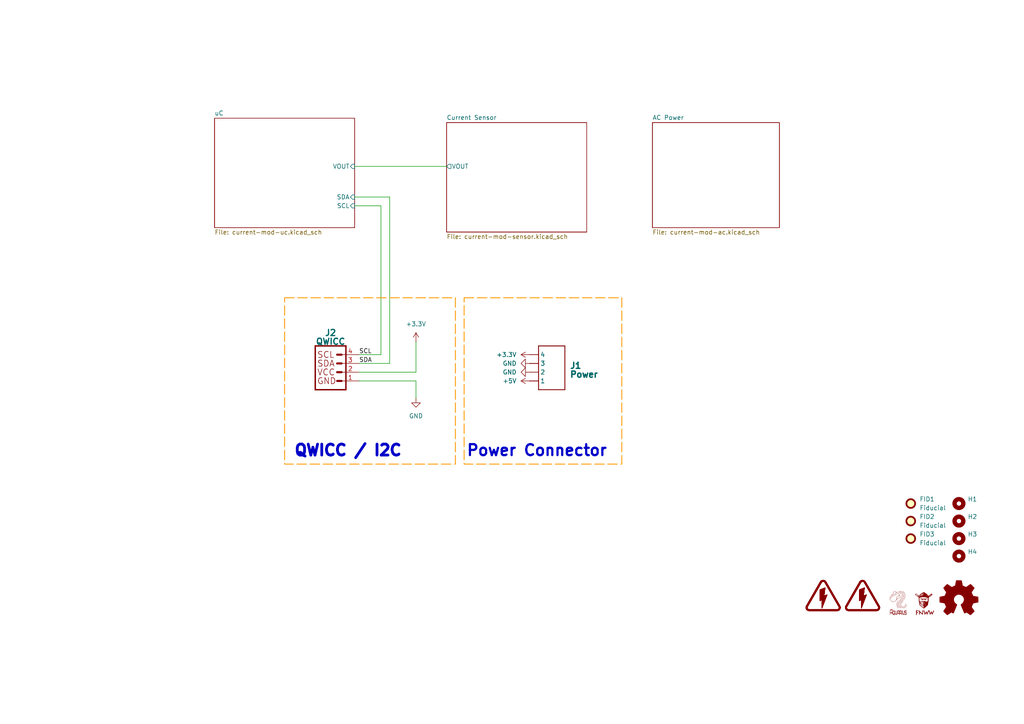
<source format=kicad_sch>
(kicad_sch (version 20250114) (generator "eeschema") (generator_version "9.0")
  (paper "A4")
  (lib_symbols
    (symbol "CRGM Connector:JST-SH-4"
      (property "Reference" "J" (at 0 2.794 0))
      (symbol "JST-SH-4_1_0"
        (pin passive line (at -2.54 0 0) (length 2.54) (name "4") (number "4"))
        (pin passive line (at -2.54 -2.54 0) (length 2.54) (name "3") (number "3"))
        (pin passive line (at -2.54 -5.08 0) (length 2.54) (name "2") (number "2"))
        (pin passive line (at -2.54 -7.62 0) (length 2.54) (name "1") (number "1"))
      )
    )
    (symbol "CRGM Connector:QWIIC"
      (property "Reference" "J" (at 0 0.254 0))
      (symbol "QWIIC_1_0"
        (text "SCL" (at 0.508 -2.54 0) (effects (font (size 1.778 1.778)) (justify left)))
        (text "SDA" (at 0.508 -5.08 0) (effects (font (size 1.778 1.778)) (justify left)))
        (text "VCC" (at 0.508 -7.62 0) (effects (font (size 1.778 1.778)) (justify left)))
        (text "GND" (at 0.508 -10.16 0) (effects (font (size 1.778 1.778)) (justify left)))
        (pin passive line (at 12.7 -2.54 180) (length 5.08) (name "4") (number "4"))
        (pin passive line (at 12.7 -5.08 180) (length 5.08) (name "3") (number "3"))
        (pin power_in line (at 12.7 -7.62 180) (length 5.08) (name "2") (number "2"))
        (pin power_in line (at 12.7 -10.16 180) (length 5.08) (name "1") (number "1"))
      )
    )
    (symbol "CRGM Logos:Aquarius Logo")
    (symbol "CRGM Logos:Aquarius Name")
    (symbol "CRGM Logos:FNWW Face")
    (symbol "CRGM Logos:FNWW Name")
    (symbol "CRGM Symbols:High Voltage")
    (symbol "Graphic:Logo_Open_Hardware_Small" (in_bom no) (on_board no))
    (symbol "Mechanical:Fiducial" (exclude_from_sim yes) (in_bom no)
      (property "Reference" "FID" (at 0 5.08 0))
      (property "Value" "Fiducial" (at 0 3.175 0))
    )
    (symbol "Mechanical:MountingHole" (pin_names (offset 1.016)) (exclude_from_sim yes) (in_bom no)
      (property "Reference" "H" (at 0 5.08 0))
      (property "Value" "MountingHole" (at 0 3.175 0))
    )
    (symbol "power:+3.3V" (power) (pin_numbers (hide yes)) (pin_names (offset 0) (hide yes))
      (property "Value" "+3.3V" (at 0 3.556 0))
      (symbol "+3.3V_1_1"
        (pin power_in line (at 0 0 90) (length 0) (name "~") (number "1"))
      )
    )
    (symbol "power:+5V" (power) (pin_numbers (hide yes)) (pin_names (offset 0) (hide yes))
      (property "Value" "+5V" (at 0 3.556 0))
      (symbol "+5V_1_1"
        (pin power_in line (at 0 0 90) (length 0) (name "~") (number "1"))
      )
    )
    (symbol "power:GND" (power) (pin_numbers (hide yes)) (pin_names (offset 0) (hide yes))
      (property "Value" "GND" (at 0 -3.81 0))
      (symbol "GND_1_1"
        (pin power_in line (at 0 0 270) (length 0) (name "~") (number "1"))
      )
    )
  )
  (rectangle (start 134.62 86.36) (end 180.34 134.62) (stroke (width 0.254) (type dash) (color 255 153 0 1)))
  (rectangle (start 82.55 86.36) (end 132.08 134.62) (stroke (width 0.254) (type dash) (color 255 153 0 1)))
  (text "Power Connector" (at 135.128 130.81 0) (effects (font (size 3.175 3.175) (thickness 0.635) (bold yes)) (justify left)))
  (text "QWICC / I2C\n" (at 85.09 130.81 0) (effects (font (size 3.175 3.175) (thickness 0.889) (bold yes)) (justify left)))
  (wire (pts (xy 113.03 57.15) (xy 102.87 57.15)))
  (wire (pts (xy 110.49 59.69) (xy 110.49 102.87)))
  (wire (pts (xy 104.14 105.41) (xy 113.03 105.41)))
  (wire (pts (xy 120.65 99.06) (xy 120.65 107.95)))
  (wire (pts (xy 102.87 48.26) (xy 129.54 48.26)))
  (wire (pts (xy 113.03 57.15) (xy 113.03 105.41)))
  (wire (pts (xy 104.14 102.87) (xy 110.49 102.87)))
  (wire (pts (xy 104.14 107.95) (xy 120.65 107.95)))
  (wire (pts (xy 120.65 110.49) (xy 120.65 115.57)))
  (wire (pts (xy 110.49 59.69) (xy 102.87 59.69)))
  (wire (pts (xy 104.14 110.49) (xy 120.65 110.49)))
  (label "SDA" (at 104.14 105.41 0))
  (label "SCL" (at 104.14 102.87 0))
  (symbol (lib_id "Mechanical:MountingHole") (at 278.13 146.05 0) (unit 1) (in_bom no)
    (property "Reference" "H1" (at 280.67 144.7799 0) (effects (justify left)))
    (property "Value" "MountingHole" (effects (hide yes)))
    (property "Footprint" "CRGM Mechanical:MountingHole_3.2mm_M3_Pad_Via" (effects (hide yes)))
    (property "Description" "Mounting Hole without connection" (effects (hide yes)))
  )
  (symbol (lib_id "power:GND") (at 153.67 107.95 270) (unit 1)
    (property "Reference" "#PWR0103" (effects (hide yes)))
    (property "Value" "GND" (at 149.86 107.9499 90) (effects (justify right)))
    (property "Description" "Power symbol creates a global label with name \"GND\" , ground" (effects (hide yes)))
  )
  (symbol (lib_id "CRGM Logos:Aquarius Logo") (at 260.35 176.53 0) (unit 1) (in_bom no)
    (property "Reference" "LOGO1" (effects (hide yes)))
    (property "Footprint" "CRGM Logos:Aquarius Logo 5mm" (effects (hide yes)))
  )
  (symbol (lib_id "power:+5V") (at 153.67 110.49 90) (unit 1)
    (property "Reference" "#PWR0106" (effects (hide yes)))
    (property "Value" "+5V" (at 149.86 110.4899 90) (effects (justify left)))
    (property "Description" "Power symbol creates a global label with name \"+5V\"" (effects (hide yes)))
  )
  (symbol (lib_id "power:GND") (at 120.65 115.57 0) (unit 1)
    (property "Reference" "#PWR0102" (effects (hide yes)))
    (property "Value" "GND" (at 120.65 120.65 0))
    (property "Description" "Power symbol creates a global label with name \"GND\" , ground" (effects (hide yes)))
  )
  (symbol (lib_id "power:GND") (at 153.67 105.41 270) (unit 1)
    (property "Reference" "#PWR0105" (effects (hide yes)))
    (property "Value" "GND" (at 149.86 105.4099 90) (effects (justify right)))
    (property "Description" "Power symbol creates a global label with name \"GND\" , ground" (effects (hide yes)))
  )
  (symbol (lib_id "power:+3.3V") (at 120.65 99.06 0) (unit 1)
    (property "Reference" "#PWR0101" (effects (hide yes)))
    (property "Value" "+3.3V" (at 120.65 93.98 0))
    (property "Description" "Power symbol creates a global label with name \"+3.3V\"" (effects (hide yes)))
  )
  (symbol (lib_id "Mechanical:Fiducial") (at 264.16 156.21 0) (unit 1) (in_bom no)
    (property "Reference" "FID3" (at 266.7 154.9399 0) (effects (justify left)))
    (property "Value" "Fiducial" (at 266.7 157.4799 0) (effects (justify left)))
    (property "Footprint" "Fiducial:Fiducial_0.75mm_Mask1.5mm" (effects (hide yes)))
    (property "Description" "Fiducial Marker" (effects (hide yes)))
  )
  (symbol (lib_id "Mechanical:MountingHole") (at 278.13 156.21 0) (unit 1) (in_bom no)
    (property "Reference" "H3" (at 280.67 154.9399 0) (effects (justify left)))
    (property "Value" "MountingHole" (effects (hide yes)))
    (property "Footprint" "CRGM Mechanical:MountingHole_3.2mm_M3_Pad_Via" (effects (hide yes)))
    (property "Description" "Mounting Hole without connection" (effects (hide yes)))
  )
  (symbol (lib_id "Mechanical:Fiducial") (at 264.16 146.05 0) (unit 1) (in_bom no)
    (property "Reference" "FID1" (at 266.7 144.7799 0) (effects (justify left)))
    (property "Value" "Fiducial" (at 266.7 147.3199 0) (effects (justify left)))
    (property "Footprint" "Fiducial:Fiducial_0.75mm_Mask1.5mm" (effects (hide yes)))
    (property "Description" "Fiducial Marker" (effects (hide yes)))
  )
  (symbol (lib_id "Graphic:Logo_Open_Hardware_Small") (at 278.13 173.99 0) (unit 1) (in_bom no)
    (property "Reference" "LOGO5" (effects (hide yes)))
    (property "Value" "Logo_Open_Hardware_Small" (effects (hide yes)))
    (property "Footprint" "Symbol:OSHW-Symbol_6.7x6mm_SilkScreen" (effects (hide yes)))
    (property "Description" "Open Hardware logo, small" (effects (hide yes)))
  )
  (symbol (lib_id "power:+3.3V") (at 153.67 102.87 90) (unit 1)
    (property "Reference" "#PWR0104" (effects (hide yes)))
    (property "Value" "+3.3V" (at 149.86 102.8699 90) (effects (justify left)))
    (property "Description" "Power symbol creates a global label with name \"+3.3V\"" (effects (hide yes)))
  )
  (symbol (lib_id "CRGM Logos:Aquarius Name") (at 260.3903 178.523 0) (unit 1) (in_bom no)
    (property "Reference" "LOGO2" (effects (hide yes)))
    (property "Footprint" "CRGM Logos:Aquarius Name 2mmx5mm" (effects (hide yes)))
  )
  (symbol (lib_id "CRGM Connector:QWIIC") (at 91.44 100.33 0) (unit 1)
    (property "Reference" "J2" (at 95.885 96.52 0) (effects (font (size 1.778 1.778) (thickness 0.3556) (bold yes))))
    (property "Value" "QWICC" (at 95.885 99.06 0) (effects (font (size 1.778 1.778) (thickness 0.3556) (bold yes))))
    (property "Footprint" "Connector_JST:JST_SH_SM04B-SRSS-TB_1x04-1MP_P1.00mm_Horizontal" (effects (hide yes)))
    (property "Description" "SparkFun I2C Standard Qwiic Connector An SMD 1mm pitch JST connector makes it easy and quick (get it? Qwiic?) to connect I2C devices to each other. The Qwiic system enables fast and solderless connection between popular platforms and various sensors and actuators.\n\nWe carry 200mm, 100mm, 50mm, and breadboard friendly Qwiic cables. We also offer 10 pcs strips the SMD connectors." (effects (hide yes)))
    (property "LCSC_PN" "C2763614" (effects (hide yes)))
  )
  (symbol (lib_id "CRGM Logos:FNWW Name") (at 267.97 177.8 0) (unit 1) (in_bom no)
    (property "Reference" "LOGO4" (effects (hide yes)))
    (property "Footprint" "CRGM Logos:FNWW Name 2mmx5mm" (effects (hide yes)))
  )
  (symbol (lib_id "CRGM Logos:FNWW Face") (at 267.97 176.53 0) (unit 1) (in_bom no)
    (property "Reference" "LOGO3" (effects (hide yes)))
    (property "Footprint" "CRGM Logos:FNWW Face 5mm" (effects (hide yes)))
  )
  (symbol (lib_id "CRGM Symbols:High Voltage") (at 238.76 172.72 0) (unit 1)
    (property "Reference" "S2" (effects (hide yes)))
    (property "Footprint" "CRGM Symbols:HIGH-VOLTAGE-5MM" (effects (hide yes)))
  )
  (symbol (lib_id "Mechanical:MountingHole") (at 278.13 151.13 0) (unit 1) (in_bom no)
    (property "Reference" "H2" (at 280.67 149.8599 0) (effects (justify left)))
    (property "Value" "MountingHole" (effects (hide yes)))
    (property "Footprint" "CRGM Mechanical:MountingHole_3.2mm_M3_Pad_Via" (effects (hide yes)))
    (property "Description" "Mounting Hole without connection" (effects (hide yes)))
  )
  (symbol (lib_id "CRGM Symbols:High Voltage") (at 250.19 172.72 0) (unit 1)
    (property "Reference" "S1" (effects (hide yes)))
    (property "Footprint" "CRGM Symbols:HIGH-VOLTAGE-5MM" (effects (hide yes)))
  )
  (symbol (lib_id "CRGM Connector:JST-SH-4") (at 156.21 102.87 0) (unit 1)
    (property "Reference" "J1" (at 165.1 106.045 0) (effects (font (size 1.778 1.778) (thickness 0.3556) (bold yes)) (justify left)))
    (property "Value" "Power" (at 165.1 108.585 0) (effects (font (size 1.778 1.778) (thickness 0.3556) (bold yes)) (justify left)))
    (property "Footprint" "Connector_JST:JST_SH_SM04B-SRSS-TB_1x04-1MP_P1.00mm_Horizontal" (effects (hide yes)))
    (property "Description" "JST SH 1.0mm 4 Position" (effects (hide yes)))
    (property "MN" "JST" (effects (hide yes)))
    (property "MPN" "SM04B-SRSS-TB" (effects (hide yes)))
    (property "LCSC" "C2763614" (effects (hide yes)))
  )
  (symbol (lib_id "Mechanical:Fiducial") (at 264.16 151.13 0) (unit 1) (in_bom no)
    (property "Reference" "FID2" (at 266.7 149.8599 0) (effects (justify left)))
    (property "Value" "Fiducial" (at 266.7 152.3999 0) (effects (justify left)))
    (property "Footprint" "Fiducial:Fiducial_0.75mm_Mask1.5mm" (effects (hide yes)))
    (property "Description" "Fiducial Marker" (effects (hide yes)))
  )
  (symbol (lib_id "Mechanical:MountingHole") (at 278.13 161.29 0) (unit 1) (in_bom no)
    (property "Reference" "H4" (at 280.67 160.0199 0) (effects (justify left)))
    (property "Value" "MountingHole" (effects (hide yes)))
    (property "Footprint" "CRGM Mechanical:MountingHole_3.2mm_M3_Pad_Via" (effects (hide yes)))
    (property "Description" "Mounting Hole without connection" (effects (hide yes)))
  )
  (sheet (at 62.23 34.29) (size 40.64 31.75) (stroke (width 0.1524))
    (property "Sheetname" "uC" (at 62.23 33.5784 0) (effects (justify left bottom)))
    (property "Sheetfile" "current-mod-uc.kicad_sch" (at 62.23 66.6246 0) (effects (justify left top)))
    (pin "SCL" input (at 102.87 59.69 0))
    (pin "SDA" input (at 102.87 57.15 0))
    (pin "VOUT" input (at 102.87 48.26 0))
  )
  (sheet (at 129.54 35.56) (size 40.64 31.75) (stroke (width 0.1524))
    (property "Sheetname" "Current Sensor" (at 129.54 34.8484 0) (effects (justify left bottom)))
    (property "Sheetfile" "current-mod-sensor.kicad_sch" (at 129.54 67.8946 0) (effects (justify left top)))
    (pin "VOUT" output (at 129.54 48.26 180))
  )
  (sheet (at 189.23 35.56) (size 36.83 30.48) (stroke (width 0.1524))
    (property "Sheetname" "AC Power" (at 189.23 34.8484 0) (effects (justify left bottom)))
    (property "Sheetfile" "current-mod-ac.kicad_sch" (at 189.23 66.6246 0) (effects (justify left top)))
  )
)
</source>
